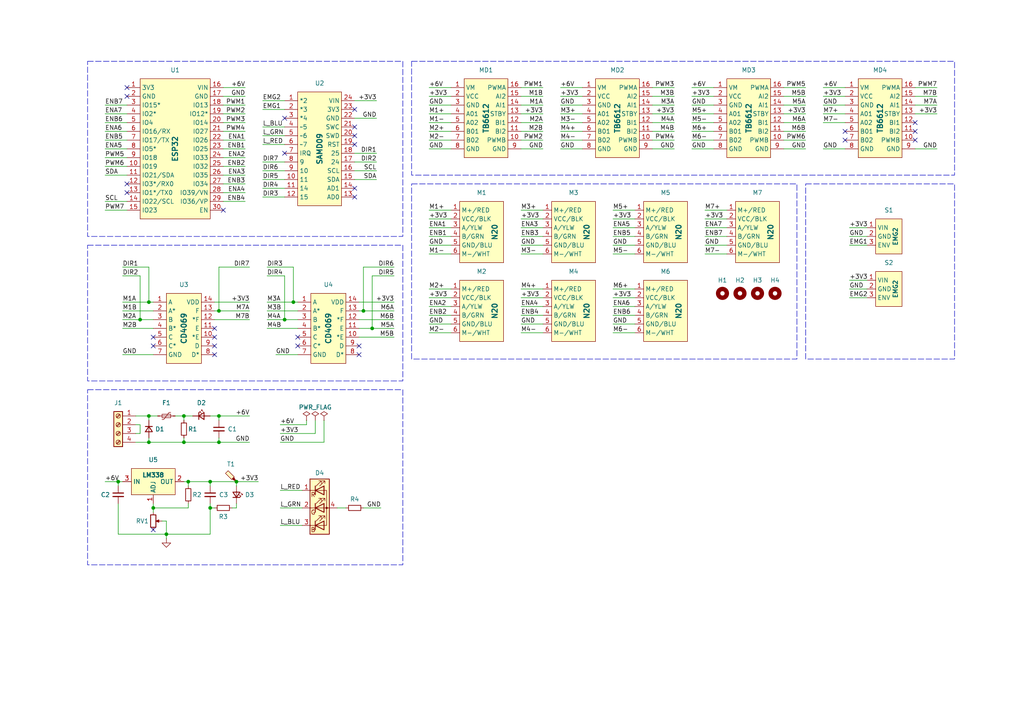
<source format=kicad_sch>
(kicad_sch (version 20231120) (generator "eeschema") (generator_version "8.0")
  (paper "A4")
  (title_block (title "Bionic Arm Controller") (date "2024-07-14") (rev "02") (company "SERB Internship, NIT Patna") (comment 1 "Created By Shrijal"))
  (lib_symbols
    (symbol "Connector:Screw_Terminal_01x04" (pin_names (offset 1.016) hide)
      (property "Reference" "J" (at 0 5.08 0))
      (property "Value" "Screw_Terminal_01x04" (at 0 -7.62 0))
      (symbol "Screw_Terminal_01x04_1_1"
        (rectangle (start -1.27 3.81) (end 1.27 -6.35) (stroke (width 0.254)) (fill (type background)))
        (circle (center 0 -5.08) (radius 0.635) (stroke (width 0.1524)))
        (circle (center 0 -2.54) (radius 0.635) (stroke (width 0.1524)))
        (polyline (pts (xy -0.5334 -4.7498) (xy 0.3302 -5.588)) (stroke (width 0.1524)))
        (polyline (pts (xy -0.5334 -2.2098) (xy 0.3302 -3.048)) (stroke (width 0.1524)))
        (polyline (pts (xy -0.5334 0.3302) (xy 0.3302 -0.508)) (stroke (width 0.1524)))
        (polyline (pts (xy -0.5334 2.8702) (xy 0.3302 2.032)) (stroke (width 0.1524)))
        (polyline (pts (xy -0.3556 -4.572) (xy 0.508 -5.4102)) (stroke (width 0.1524)))
        (polyline (pts (xy -0.3556 -2.032) (xy 0.508 -2.8702)) (stroke (width 0.1524)))
        (polyline (pts (xy -0.3556 0.508) (xy 0.508 -0.3302)) (stroke (width 0.1524)))
        (polyline (pts (xy -0.3556 3.048) (xy 0.508 2.2098)) (stroke (width 0.1524)))
        (circle (center 0 0) (radius 0.635) (stroke (width 0.1524)))
        (circle (center 0 2.54) (radius 0.635) (stroke (width 0.1524)))
        (pin passive line (at -5.08 2.54 0) (length 3.81) (name "Pin_1") (number "1"))
        (pin passive line (at -5.08 0 0) (length 3.81) (name "Pin_2") (number "2"))
        (pin passive line (at -5.08 -2.54 0) (length 3.81) (name "Pin_3") (number "3"))
        (pin passive line (at -5.08 -5.08 0) (length 3.81) (name "Pin_4") (number "4"))
      )
    )
    (symbol "Connector:TestPoint_Probe" (pin_numbers hide) (pin_names (offset 0.762) hide)
      (property "Reference" "TP" (at 1.651 5.842 0))
      (property "Value" "TestPoint_Probe" (at 1.651 4.064 0))
      (symbol "TestPoint_Probe_0_1"
        (polyline (pts (xy 1.27 0.762) (xy 0 0) (xy 0.762 1.27) (xy 1.27 0.762)) (fill (type outline)))
        (polyline (pts (xy 1.397 0.635) (xy 0.635 1.397) (xy 2.413 3.175) (xy 3.175 2.413) (xy 1.397 0.635)) (fill (type background)))
      )
      (symbol "TestPoint_Probe_1_1"
        (pin passive line (at 0 0 90) (length 0) (name "1") (number "1"))
      )
    )
    (symbol "Device:C_Small" (pin_numbers hide) (pin_names (offset 0.254) hide)
      (property "Reference" "C" (at 0.254 1.778 0))
      (property "Value" "C_Small" (at 0.254 -2.032 0))
      (symbol "C_Small_0_1"
        (polyline (pts (xy -1.524 -0.508) (xy 1.524 -0.508)) (stroke (width 0.3302)))
        (polyline (pts (xy -1.524 0.508) (xy 1.524 0.508)) (stroke (width 0.3048)))
      )
      (symbol "C_Small_1_1"
        (pin passive line (at 0 2.54 270) (length 2.032) (name "~") (number "1"))
        (pin passive line (at 0 -2.54 90) (length 2.032) (name "~") (number "2"))
      )
    )
    (symbol "Device:D_Small" (pin_numbers hide) (pin_names (offset 0.254) hide)
      (property "Reference" "D" (at -1.27 2.032 0))
      (property "Value" "D_Small" (at -3.81 -2.032 0))
      (symbol "D_Small_0_1"
        (polyline (pts (xy -0.762 -1.016) (xy -0.762 1.016)) (stroke (width 0.254)))
        (polyline (pts (xy -0.762 0) (xy 0.762 0)))
        (polyline (pts (xy 0.762 -1.016) (xy -0.762 0) (xy 0.762 1.016) (xy 0.762 -1.016)) (stroke (width 0.254)))
      )
      (symbol "D_Small_1_1"
        (pin passive line (at -2.54 0 0) (length 1.778) (name "K") (number "1"))
        (pin passive line (at 2.54 0 180) (length 1.778) (name "A") (number "2"))
      )
    )
    (symbol "Device:LED_RGBA" (pin_names (offset 0) hide)
      (property "Reference" "D" (at 0 9.398 0))
      (property "Value" "LED_RGBA" (at 0 -8.89 0))
      (symbol "LED_RGBA_0_0"
        (text "B" (at -1.905 -6.35 0) (effects (font (size 1.27 1.27))))
        (text "G" (at -1.905 -1.27 0) (effects (font (size 1.27 1.27))))
        (text "R" (at -1.905 3.81 0) (effects (font (size 1.27 1.27))))
      )
      (symbol "LED_RGBA_0_1"
        (polyline (pts (xy -1.27 -5.08) (xy -2.54 -5.08)))
        (polyline (pts (xy -1.27 -5.08) (xy 1.27 -5.08)))
        (polyline (pts (xy -1.27 -3.81) (xy -1.27 -6.35)) (stroke (width 0.254)))
        (polyline (pts (xy -1.27 0) (xy -2.54 0)))
        (polyline (pts (xy -1.27 1.27) (xy -1.27 -1.27)) (stroke (width 0.254)))
        (polyline (pts (xy -1.27 5.08) (xy -2.54 5.08)))
        (polyline (pts (xy -1.27 5.08) (xy 1.27 5.08)))
        (polyline (pts (xy -1.27 6.35) (xy -1.27 3.81)) (stroke (width 0.254)))
        (polyline (pts (xy 1.27 0) (xy -1.27 0)))
        (polyline (pts (xy 1.27 0) (xy 2.54 0)))
        (polyline (pts (xy -1.27 1.27) (xy -1.27 -1.27) (xy -1.27 -1.27)))
        (polyline (pts (xy -1.27 6.35) (xy -1.27 3.81) (xy -1.27 3.81)))
        (polyline (pts (xy 1.27 -5.08) (xy 2.032 -5.08) (xy 2.032 5.08) (xy 1.27 5.08)))
        (polyline (pts (xy 1.27 -3.81) (xy 1.27 -6.35) (xy -1.27 -5.08) (xy 1.27 -3.81)) (stroke (width 0.254)))
        (polyline (pts (xy 1.27 1.27) (xy 1.27 -1.27) (xy -1.27 0) (xy 1.27 1.27)) (stroke (width 0.254)))
        (polyline (pts (xy 1.27 6.35) (xy 1.27 3.81) (xy -1.27 5.08) (xy 1.27 6.35)) (stroke (width 0.254)))
        (polyline (pts (xy -1.016 -3.81) (xy 0.508 -2.286) (xy -0.254 -2.286) (xy 0.508 -2.286) (xy 0.508 -3.048)))
        (polyline (pts (xy -1.016 1.27) (xy 0.508 2.794) (xy -0.254 2.794) (xy 0.508 2.794) (xy 0.508 2.032)))
        (polyline (pts (xy -1.016 6.35) (xy 0.508 7.874) (xy -0.254 7.874) (xy 0.508 7.874) (xy 0.508 7.112)))
        (polyline (pts (xy 0 -3.81) (xy 1.524 -2.286) (xy 0.762 -2.286) (xy 1.524 -2.286) (xy 1.524 -3.048)))
        (polyline (pts (xy 0 1.27) (xy 1.524 2.794) (xy 0.762 2.794) (xy 1.524 2.794) (xy 1.524 2.032)))
        (polyline (pts (xy 0 6.35) (xy 1.524 7.874) (xy 0.762 7.874) (xy 1.524 7.874) (xy 1.524 7.112)))
        (rectangle (start 1.27 -1.27) (end 1.27 1.27))
        (rectangle (start 1.27 1.27) (end 1.27 1.27))
        (rectangle (start 1.27 3.81) (end 1.27 6.35))
        (rectangle (start 1.27 6.35) (end 1.27 6.35))
        (circle (center 2.032 0) (radius 0.254) (fill (type outline)))
        (rectangle (start 2.794 8.382) (end -2.794 -7.62) (stroke (width 0.254)) (fill (type background)))
      )
      (symbol "LED_RGBA_1_1"
        (pin passive line (at -5.08 5.08 0) (length 2.54) (name "RK") (number "1"))
        (pin passive line (at -5.08 0 0) (length 2.54) (name "GK") (number "2"))
        (pin passive line (at -5.08 -5.08 0) (length 2.54) (name "BK") (number "3"))
        (pin passive line (at 5.08 0 180) (length 2.54) (name "A") (number "4"))
      )
    )
    (symbol "Device:LED_Small" (pin_numbers hide) (pin_names (offset 0.254) hide)
      (property "Reference" "D" (at -1.27 3.175 0))
      (property "Value" "LED_Small" (at -4.445 -2.54 0))
      (symbol "LED_Small_0_1"
        (polyline (pts (xy -0.762 -1.016) (xy -0.762 1.016)) (stroke (width 0.254)))
        (polyline (pts (xy 1.016 0) (xy -0.762 0)))
        (polyline (pts (xy 0.762 -1.016) (xy -0.762 0) (xy 0.762 1.016) (xy 0.762 -1.016)) (stroke (width 0.254)))
        (polyline (pts (xy 0 0.762) (xy -0.508 1.27) (xy -0.254 1.27) (xy -0.508 1.27) (xy -0.508 1.016)))
        (polyline (pts (xy 0.508 1.27) (xy 0 1.778) (xy 0.254 1.778) (xy 0 1.778) (xy 0 1.524)))
      )
      (symbol "LED_Small_1_1"
        (pin passive line (at -2.54 0 0) (length 1.778) (name "K") (number "1"))
        (pin passive line (at 2.54 0 180) (length 1.778) (name "A") (number "2"))
      )
    )
    (symbol "Device:Polyfuse_Small" (pin_numbers hide) (pin_names (offset 0))
      (property "Reference" "F" (at -1.905 0 90))
      (property "Value" "Polyfuse_Small" (at 1.905 0 90))
      (symbol "Polyfuse_Small_0_1"
        (rectangle (start -0.508 1.27) (end 0.508 -1.27))
        (polyline (pts (xy 0 2.54) (xy 0 -2.54)))
        (polyline (pts (xy -1.016 1.27) (xy -1.016 0.762) (xy 1.016 -0.762) (xy 1.016 -1.27)))
      )
      (symbol "Polyfuse_Small_1_1"
        (pin passive line (at 0 2.54 270) (length 0.635) (name "~") (number "1"))
        (pin passive line (at 0 -2.54 90) (length 0.635) (name "~") (number "2"))
      )
    )
    (symbol "Device:R_Potentiometer_Small" (pin_numbers hide) (pin_names (offset 1.016) hide)
      (property "Reference" "RV" (at -4.445 0 90))
      (property "Value" "R_Potentiometer_Small" (at -2.54 0 90))
      (symbol "R_Potentiometer_Small_0_1"
        (polyline (pts (xy 0.889 0) (xy 0.635 0) (xy 1.651 0.381) (xy 1.651 -0.381) (xy 0.635 0) (xy 0.889 0)) (fill (type outline)))
        (rectangle (start 0.762 1.8034) (end -0.762 -1.8034) (stroke (width 0.254)))
      )
      (symbol "R_Potentiometer_Small_1_1"
        (pin passive line (at 0 2.54 270) (length 0.635) (name "1") (number "1"))
        (pin passive line (at 2.54 0 180) (length 0.9906) (name "2") (number "2"))
        (pin passive line (at 0 -2.54 90) (length 0.635) (name "3") (number "3"))
      )
    )
    (symbol "Device:R_Small" (pin_numbers hide) (pin_names (offset 0.254) hide)
      (property "Reference" "R" (at 0.762 0.508 0))
      (property "Value" "R_Small" (at 0.762 -1.016 0))
      (symbol "R_Small_0_1"
        (rectangle (start -0.762 1.778) (end 0.762 -1.778) (stroke (width 0.2032)))
      )
      (symbol "R_Small_1_1"
        (pin passive line (at 0 2.54 270) (length 0.762) (name "~") (number "1"))
        (pin passive line (at 0 -2.54 90) (length 0.762) (name "~") (number "2"))
      )
    )
    (symbol "Mechanical:MountingHole" (pin_names (offset 1.016)) (exclude_from_sim yes) (in_bom no)
      (property "Reference" "H" (at 0 5.08 0))
      (property "Value" "MountingHole" (at 0 3.175 0))
      (symbol "MountingHole_0_1"
        (circle (center 0 0) (radius 1.27) (stroke (width 1.27)))
      )
    )
    (symbol "bionic:CD4069"
      (property "Reference" "U" (at 0 12.7 0))
      (property "Value" "CD4069" (at 0 0 90))
      (symbol "CD4069_1_1"
        (rectangle (start -5.08 10.16) (end 5.08 -10.16) (fill (type background)))
        (pin input line (at -8.89 7.62 0) (length 3.81) (name "A") (number "1"))
        (pin output line (at 8.89 -2.54 180) (length 3.81) (name "*E") (number "10"))
        (pin input line (at 8.89 0 180) (length 3.81) (name "E") (number "11"))
        (pin output line (at 8.89 2.54 180) (length 3.81) (name "*F") (number "12"))
        (pin input line (at 8.89 5.08 180) (length 3.81) (name "F") (number "13"))
        (pin power_in line (at 8.89 7.62 180) (length 3.81) (name "VDD") (number "14"))
        (pin output line (at -8.89 5.08 0) (length 3.81) (name "A*") (number "2"))
        (pin input line (at -8.89 2.54 0) (length 3.81) (name "B") (number "3"))
        (pin output line (at -8.89 0 0) (length 3.81) (name "B*") (number "4"))
        (pin input line (at -8.89 -2.54 0) (length 3.81) (name "C") (number "5"))
        (pin output line (at -8.89 -5.08 0) (length 3.81) (name "C*") (number "6"))
        (pin power_in line (at -8.89 -7.62 0) (length 3.81) (name "GND") (number "7"))
        (pin output line (at 8.89 -7.62 180) (length 3.81) (name "D*") (number "8"))
        (pin input line (at 8.89 -5.08 180) (length 3.81) (name "D") (number "9"))
      )
    )
    (symbol "bionic:EMG2"
      (property "Reference" "S" (at 0 7.62 0))
      (property "Value" "EMG2" (at 1.905 0 90))
      (symbol "EMG2_0_0"
        (pin power_in line (at -6.35 2.54 0) (length 2.54) (name "VIN") (number "1"))
        (pin power_in line (at -6.35 0 0) (length 2.54) (name "GND") (number "2"))
        (pin output line (at -6.35 -2.54 0) (length 2.54) (name "ENV") (number "3"))
      )
      (symbol "EMG2_1_1"
        (rectangle (start -3.81 5.08) (end 3.81 -5.08) (fill (type background)))
      )
    )
    (symbol "bionic:ESP32"
      (property "Reference" "U" (at 12.7 48.26 0))
      (property "Value" "ESP32" (at 12.7 25.4 90))
      (symbol "ESP32_1_1"
        (rectangle (start 2.54 45.72) (end 22.86 5.08) (fill (type background)))
        (pin power_out line (at -1.27 43.18 0) (length 3.81) (name "3V3") (number "1"))
        (pin bidirectional line (at -1.27 20.32 0) (length 3.81) (name "IO19") (number "10"))
        (pin bidirectional line (at -1.27 17.78 0) (length 3.81) (name "IO21/SDA") (number "11"))
        (pin bidirectional line (at -1.27 15.24 0) (length 3.81) (name "IO3*/RX0") (number "12"))
        (pin bidirectional line (at -1.27 12.7 0) (length 3.81) (name "IO1*/TX0") (number "13"))
        (pin bidirectional line (at -1.27 10.16 0) (length 3.81) (name "IO22/SCL") (number "14"))
        (pin bidirectional line (at -1.27 7.62 0) (length 3.81) (name "IO23") (number "15"))
        (pin power_in line (at 26.67 43.18 180) (length 3.81) (name "VIN") (number "16"))
        (pin power_in line (at 26.67 40.64 180) (length 3.81) (name "GND") (number "17"))
        (pin bidirectional line (at 26.67 38.1 180) (length 3.81) (name "IO13") (number "18"))
        (pin bidirectional line (at 26.67 35.56 180) (length 3.81) (name "IO12*") (number "19"))
        (pin power_out line (at -1.27 40.64 0) (length 3.81) (name "GND") (number "2"))
        (pin bidirectional line (at 26.67 33.02 180) (length 3.81) (name "IO14") (number "20"))
        (pin bidirectional line (at 26.67 30.48 180) (length 3.81) (name "IO27") (number "21"))
        (pin bidirectional line (at 26.67 27.94 180) (length 3.81) (name "IO26") (number "22"))
        (pin bidirectional line (at 26.67 25.4 180) (length 3.81) (name "IO25") (number "23"))
        (pin bidirectional line (at 26.67 22.86 180) (length 3.81) (name "IO33") (number "24"))
        (pin bidirectional line (at 26.67 20.32 180) (length 3.81) (name "IO32") (number "25"))
        (pin input line (at 26.67 17.78 180) (length 3.81) (name "IO35") (number "26"))
        (pin input line (at 26.67 15.24 180) (length 3.81) (name "IO34") (number "27"))
        (pin input line (at 26.67 12.7 180) (length 3.81) (name "IO39/VN") (number "28"))
        (pin input line (at 26.67 10.16 180) (length 3.81) (name "IO36/VP") (number "29"))
        (pin bidirectional line (at -1.27 38.1 0) (length 3.81) (name "IO15*") (number "3"))
        (pin input line (at 26.67 7.62 180) (length 3.81) (name "EN") (number "30"))
        (pin bidirectional line (at -1.27 35.56 0) (length 3.81) (name "IO2*") (number "4"))
        (pin bidirectional line (at -1.27 33.02 0) (length 3.81) (name "IO4") (number "5"))
        (pin bidirectional line (at -1.27 30.48 0) (length 3.81) (name "IO16/RX") (number "6"))
        (pin bidirectional line (at -1.27 27.94 0) (length 3.81) (name "IO17/TX") (number "7"))
        (pin bidirectional line (at -1.27 25.4 0) (length 3.81) (name "IO5*") (number "8"))
        (pin bidirectional line (at -1.27 22.86 0) (length 3.81) (name "IO18") (number "9"))
      )
    )
    (symbol "bionic:LM338"
      (property "Reference" "U" (at 0 6.35 0))
      (property "Value" "LM338" (at 0 1.905 0))
      (symbol "LM338_0_0"
        (pin input line (at 0 -6.35 90) (length 2.54) (name "ADJ") (number "1"))
      )
      (symbol "LM338_1_0"
        (pin passive line (at 8.89 0 180) (length 2.54) (name "OUT") (number "2"))
        (pin power_in line (at -8.89 0 0) (length 2.54) (name "IN") (number "3"))
      )
      (symbol "LM338_1_1"
        (rectangle (start -6.35 3.81) (end 6.35 -3.81) (fill (type background)))
      )
    )
    (symbol "bionic:N20_EN"
      (property "Reference" "M" (at 0 11.43 0))
      (property "Value" "N20" (at 3.81 0 90))
      (symbol "N20_EN_0_0"
        (pin power_in line (at -8.89 3.81 0) (length 2.54) (name "VCC/BLK") (number "2"))
        (pin output line (at -8.89 1.27 0) (length 2.54) (name "A/YLW") (number "3"))
        (pin output line (at -8.89 -1.27 0) (length 2.54) (name "B/GRN") (number "4"))
        (pin power_in line (at -8.89 -3.81 0) (length 2.54) (name "GND/BLU") (number "5"))
      )
      (symbol "N20_EN_1_0"
        (pin input line (at -8.89 6.35 0) (length 2.54) (name "M+/RED") (number "1"))
        (pin input line (at -8.89 -6.35 0) (length 2.54) (name "M-/WHT") (number "6"))
      )
      (symbol "N20_EN_1_1"
        (rectangle (start -6.35 8.89) (end 6.35 -8.89) (fill (type background)))
      )
    )
    (symbol "bionic:SAMD09"
      (property "Reference" "U" (at 0 19.05 0))
      (property "Value" "SAMD09" (at 0 0 90))
      (symbol "SAMD09_1_1"
        (rectangle (start -6.35 16.51) (end 6.35 -16.51) (fill (type background)))
        (pin input line (at -10.16 13.97 0) (length 3.81) (name "*2") (number "1"))
        (pin bidirectional line (at -10.16 -8.89 0) (length 3.81) (name "11") (number "10"))
        (pin bidirectional line (at -10.16 -11.43 0) (length 3.81) (name "14") (number "11"))
        (pin bidirectional line (at -10.16 -13.97 0) (length 3.81) (name "15") (number "12"))
        (pin input line (at 10.16 -13.97 180) (length 3.81) (name "AD0") (number "13"))
        (pin input line (at 10.16 -11.43 180) (length 3.81) (name "AD1") (number "14"))
        (pin bidirectional line (at 10.16 -8.89 180) (length 3.81) (name "SDA") (number "15"))
        (pin bidirectional line (at 10.16 -6.35 180) (length 3.81) (name "SCL") (number "16"))
        (pin bidirectional line (at 10.16 -3.81 180) (length 3.81) (name "24") (number "17"))
        (pin bidirectional line (at 10.16 -1.27 180) (length 3.81) (name "25") (number "18"))
        (pin input line (at 10.16 1.27 180) (length 3.81) (name "RST") (number "19"))
        (pin input line (at -10.16 11.43 0) (length 3.81) (name "*3") (number "2"))
        (pin input line (at 10.16 3.81 180) (length 3.81) (name "SWD") (number "20"))
        (pin input line (at 10.16 6.35 180) (length 3.81) (name "SWC") (number "21"))
        (pin power_in line (at 10.16 8.89 180) (length 3.81) (name "GND") (number "22"))
        (pin power_out line (at 10.16 11.43 180) (length 3.81) (name "3V3") (number "23"))
        (pin power_in line (at 10.16 13.97 180) (length 3.81) (name "VIN") (number "24"))
        (pin input line (at -10.16 8.89 0) (length 3.81) (name "*4") (number "3"))
        (pin output line (at -10.16 6.35 0) (length 3.81) (name "~5") (number "4"))
        (pin output line (at -10.16 3.81 0) (length 3.81) (name "~6") (number "5"))
        (pin output line (at -10.16 1.27 0) (length 3.81) (name "~7") (number "6"))
        (pin output line (at -10.16 -1.27 0) (length 3.81) (name "IRQ") (number "7"))
        (pin bidirectional line (at -10.16 -3.81 0) (length 3.81) (name "9") (number "8"))
        (pin bidirectional line (at -10.16 -6.35 0) (length 3.81) (name "10") (number "9"))
      )
    )
    (symbol "bionic:TB6612"
      (property "Reference" "D" (at 0 13.97 0))
      (property "Value" "TB6612" (at 0 0 90))
      (symbol "TB6612_1_1"
        (rectangle (start -6.35 11.43) (end 6.35 -11.43) (fill (type background)))
        (pin power_in line (at -10.16 8.89 0) (length 3.81) (name "VM") (number "1"))
        (pin input line (at 10.16 -6.35 180) (length 3.81) (name "PWMB") (number "10"))
        (pin input line (at 10.16 -3.81 180) (length 3.81) (name "BI2") (number "11"))
        (pin input line (at 10.16 -1.27 180) (length 3.81) (name "BI1") (number "12"))
        (pin input line (at 10.16 1.27 180) (length 3.81) (name "STBY") (number "13"))
        (pin input line (at 10.16 3.81 180) (length 3.81) (name "AI1") (number "14"))
        (pin input line (at 10.16 6.35 180) (length 3.81) (name "AI2") (number "15"))
        (pin input line (at 10.16 8.89 180) (length 3.81) (name "PWMA") (number "16"))
        (pin power_in line (at -10.16 6.35 0) (length 3.81) (name "VCC") (number "2"))
        (pin power_in line (at -10.16 3.81 0) (length 3.81) (name "GND") (number "3"))
        (pin output line (at -10.16 1.27 0) (length 3.81) (name "A01") (number "4"))
        (pin output line (at -10.16 -1.27 0) (length 3.81) (name "A02") (number "5"))
        (pin output line (at -10.16 -3.81 0) (length 3.81) (name "B01") (number "6"))
        (pin output line (at -10.16 -6.35 0) (length 3.81) (name "B02") (number "7"))
        (pin power_in line (at -10.16 -8.89 0) (length 3.81) (name "GND") (number "8"))
        (pin power_in line (at 10.16 -8.89 180) (length 3.81) (name "GND") (number "9"))
      )
    )
    (symbol "power:GND" (power) (pin_numbers hide) (pin_names (offset 0) hide)
      (property "Value" "GND" (at 0 -3.81 0))
      (symbol "GND_0_1"
        (polyline (pts (xy 0 0) (xy 0 -1.27) (xy 1.27 -1.27) (xy 0 -2.54) (xy -1.27 -1.27) (xy 0 -1.27)))
      )
      (symbol "GND_1_1"
        (pin power_in line (at 0 0 270) (length 0) (name "~") (number "1"))
      )
    )
    (symbol "power:PWR_FLAG" (power) (pin_numbers hide) (pin_names (offset 0) hide)
      (property "Value" "PWR_FLAG" (at 0 3.81 0))
      (symbol "PWR_FLAG_0_0"
        (pin power_out line (at 0 0 90) (length 0) (name "~") (number "1"))
      )
      (symbol "PWR_FLAG_0_1"
        (polyline (pts (xy 0 0) (xy 0 1.27) (xy -1.016 1.905) (xy 0 2.54) (xy 1.016 1.905) (xy 0 1.27)))
      )
    )
  )
  (junction (at 63.5 128.27))
  (junction (at 68.58 139.7))
  (junction (at 60.96 139.7))
  (junction (at 53.34 120.65))
  (junction (at 82.55 92.71))
  (junction (at 48.26 154.94))
  (junction (at 43.18 87.63))
  (junction (at 85.09 87.63))
  (junction (at 40.64 92.71))
  (junction (at 54.61 139.7))
  (junction (at 63.5 90.17))
  (junction (at 105.41 90.17))
  (junction (at 63.5 120.65))
  (junction (at 34.29 139.7))
  (junction (at 60.96 147.32))
  (junction (at 43.18 128.27))
  (junction (at 107.95 95.25))
  (junction (at 43.18 120.65))
  (junction (at 53.34 128.27))
  (junction (at 44.45 147.32))
  (no_connect (at 104.14 100.33))
  (no_connect (at 36.83 27.94))
  (no_connect (at 44.45 100.33))
  (no_connect (at 245.11 38.1))
  (no_connect (at 102.87 57.15))
  (no_connect (at 102.87 39.37))
  (no_connect (at 102.87 31.75))
  (no_connect (at 62.23 95.25))
  (no_connect (at 86.36 97.79))
  (no_connect (at 102.87 36.83))
  (no_connect (at 102.87 41.91))
  (no_connect (at 36.83 55.88))
  (no_connect (at 102.87 54.61))
  (no_connect (at 82.55 44.45))
  (no_connect (at 82.55 34.29))
  (no_connect (at 36.83 53.34))
  (no_connect (at 64.77 60.96))
  (no_connect (at 265.43 35.56))
  (no_connect (at 62.23 102.87))
  (no_connect (at 36.83 25.4))
  (no_connect (at 62.23 97.79))
  (no_connect (at 62.23 100.33))
  (no_connect (at 44.45 153.67))
  (no_connect (at 245.11 40.64))
  (no_connect (at 104.14 102.87))
  (no_connect (at 44.45 97.79))
  (no_connect (at 86.36 100.33))
  (no_connect (at 265.43 40.64))
  (no_connect (at 265.43 38.1))
  (wire (pts (xy 34.29 154.94) (xy 48.26 154.94)))
  (wire (pts (xy 177.8 60.96) (xy 184.15 60.96)))
  (wire (pts (xy 63.5 120.65) (xy 72.39 120.65)))
  (wire (pts (xy 104.14 97.79) (xy 114.3 97.79)))
  (wire (pts (xy 238.76 43.18) (xy 245.11 43.18)))
  (wire (pts (xy 151.13 68.58) (xy 157.48 68.58)))
  (wire (pts (xy 204.47 73.66) (xy 210.82 73.66)))
  (wire (pts (xy 204.47 68.58) (xy 210.82 68.58)))
  (wire (pts (xy 157.48 30.48) (xy 151.13 30.48)))
  (wire (pts (xy 81.28 142.24) (xy 87.63 142.24)))
  (wire (pts (xy 48.26 151.13) (xy 48.26 154.94)))
  (wire (pts (xy 204.47 71.12) (xy 210.82 71.12)))
  (wire (pts (xy 107.95 80.01) (xy 107.95 95.25)))
  (wire (pts (xy 151.13 83.82) (xy 157.48 83.82)))
  (wire (pts (xy 68.58 147.32) (xy 68.58 146.05)))
  (wire (pts (xy 109.22 46.99) (xy 102.87 46.99)))
  (wire (pts (xy 71.12 35.56) (xy 64.77 35.56)))
  (wire (pts (xy 104.14 95.25) (xy 107.95 95.25)))
  (wire (pts (xy 195.58 25.4) (xy 189.23 25.4)))
  (wire (pts (xy 53.34 121.92) (xy 53.34 120.65)))
  (wire (pts (xy 71.12 33.02) (xy 64.77 33.02)))
  (wire (pts (xy 93.98 128.27) (xy 81.28 128.27)))
  (wire (pts (xy 200.66 25.4) (xy 207.01 25.4)))
  (wire (pts (xy 238.76 30.48) (xy 245.11 30.48)))
  (wire (pts (xy 40.64 92.71) (xy 44.45 92.71)))
  (wire (pts (xy 53.34 128.27) (xy 53.34 127)))
  (wire (pts (xy 40.64 80.01) (xy 40.64 92.71)))
  (wire (pts (xy 195.58 27.94) (xy 189.23 27.94)))
  (wire (pts (xy 200.66 40.64) (xy 207.01 40.64)))
  (wire (pts (xy 43.18 120.65) (xy 45.72 120.65)))
  (wire (pts (xy 105.41 90.17) (xy 114.3 90.17)))
  (wire (pts (xy 195.58 33.02) (xy 189.23 33.02)))
  (wire (pts (xy 72.39 77.47) (xy 63.5 77.47)))
  (wire (pts (xy 157.48 33.02) (xy 151.13 33.02)))
  (wire (pts (xy 151.13 88.9) (xy 157.48 88.9)))
  (wire (pts (xy 246.38 81.28) (xy 251.46 81.28)))
  (wire (pts (xy 195.58 35.56) (xy 189.23 35.56)))
  (wire (pts (xy 54.61 146.05) (xy 54.61 147.32)))
  (wire (pts (xy 104.14 87.63) (xy 114.3 87.63)))
  (wire (pts (xy 124.46 96.52) (xy 130.81 96.52)))
  (wire (pts (xy 77.47 90.17) (xy 86.36 90.17)))
  (wire (pts (xy 204.47 60.96) (xy 210.82 60.96)))
  (wire (pts (xy 91.44 121.92) (xy 91.44 125.73)))
  (wire (pts (xy 200.66 33.02) (xy 207.01 33.02)))
  (wire (pts (xy 34.29 139.7) (xy 35.56 139.7)))
  (wire (pts (xy 76.2 31.75) (xy 82.55 31.75)))
  (wire (pts (xy 62.23 92.71) (xy 72.39 92.71)))
  (wire (pts (xy 36.83 35.56) (xy 30.48 35.56)))
  (wire (pts (xy 105.41 77.47) (xy 105.41 90.17)))
  (wire (pts (xy 104.14 92.71) (xy 114.3 92.71)))
  (wire (pts (xy 151.13 71.12) (xy 157.48 71.12)))
  (wire (pts (xy 124.46 91.44) (xy 130.81 91.44)))
  (wire (pts (xy 110.49 147.32) (xy 105.41 147.32)))
  (wire (pts (xy 157.48 35.56) (xy 151.13 35.56)))
  (wire (pts (xy 68.58 139.7) (xy 74.93 139.7)))
  (wire (pts (xy 68.58 139.7) (xy 68.58 140.97)))
  (wire (pts (xy 76.2 29.21) (xy 82.55 29.21)))
  (wire (pts (xy 238.76 27.94) (xy 245.11 27.94)))
  (wire (pts (xy 53.34 120.65) (xy 55.88 120.65)))
  (wire (pts (xy 102.87 29.21) (xy 109.22 29.21)))
  (wire (pts (xy 64.77 25.4) (xy 71.12 25.4)))
  (wire (pts (xy 114.3 80.01) (xy 107.95 80.01)))
  (wire (pts (xy 195.58 40.64) (xy 189.23 40.64)))
  (wire (pts (xy 177.8 96.52) (xy 184.15 96.52)))
  (wire (pts (xy 30.48 45.72) (xy 36.83 45.72)))
  (wire (pts (xy 72.39 128.27) (xy 63.5 128.27)))
  (wire (pts (xy 76.2 39.37) (xy 82.55 39.37)))
  (wire (pts (xy 124.46 83.82) (xy 130.81 83.82)))
  (wire (pts (xy 91.44 125.73) (xy 81.28 125.73)))
  (wire (pts (xy 200.66 35.56) (xy 207.01 35.56)))
  (wire (pts (xy 195.58 38.1) (xy 189.23 38.1)))
  (wire (pts (xy 109.22 44.45) (xy 102.87 44.45)))
  (wire (pts (xy 76.2 52.07) (xy 82.55 52.07)))
  (wire (pts (xy 76.2 54.61) (xy 82.55 54.61)))
  (wire (pts (xy 151.13 63.5) (xy 157.48 63.5)))
  (wire (pts (xy 76.2 46.99) (xy 82.55 46.99)))
  (wire (pts (xy 71.12 43.18) (xy 64.77 43.18)))
  (wire (pts (xy 177.8 93.98) (xy 184.15 93.98)))
  (wire (pts (xy 35.56 92.71) (xy 40.64 92.71)))
  (wire (pts (xy 177.8 71.12) (xy 184.15 71.12)))
  (wire (pts (xy 238.76 33.02) (xy 245.11 33.02)))
  (wire (pts (xy 271.78 43.18) (xy 265.43 43.18)))
  (wire (pts (xy 77.47 80.01) (xy 82.55 80.01)))
  (wire (pts (xy 71.12 40.64) (xy 64.77 40.64)))
  (wire (pts (xy 246.38 68.58) (xy 251.46 68.58)))
  (wire (pts (xy 162.56 30.48) (xy 168.91 30.48)))
  (wire (pts (xy 77.47 77.47) (xy 85.09 77.47)))
  (wire (pts (xy 71.12 38.1) (xy 64.77 38.1)))
  (wire (pts (xy 46.99 151.13) (xy 48.26 151.13)))
  (wire (pts (xy 104.14 90.17) (xy 105.41 90.17)))
  (wire (pts (xy 177.8 86.36) (xy 184.15 86.36)))
  (wire (pts (xy 85.09 77.47) (xy 85.09 87.63)))
  (wire (pts (xy 39.37 120.65) (xy 43.18 120.65)))
  (wire (pts (xy 246.38 86.36) (xy 251.46 86.36)))
  (wire (pts (xy 34.29 139.7) (xy 34.29 140.97)))
  (wire (pts (xy 35.56 77.47) (xy 43.18 77.47)))
  (wire (pts (xy 64.77 55.88) (xy 71.12 55.88)))
  (wire (pts (xy 195.58 43.18) (xy 189.23 43.18)))
  (wire (pts (xy 177.8 66.04) (xy 184.15 66.04)))
  (wire (pts (xy 233.68 43.18) (xy 227.33 43.18)))
  (wire (pts (xy 177.8 83.82) (xy 184.15 83.82)))
  (wire (pts (xy 63.5 128.27) (xy 63.5 127)))
  (wire (pts (xy 54.61 139.7) (xy 54.61 140.97)))
  (wire (pts (xy 81.28 152.4) (xy 87.63 152.4)))
  (wire (pts (xy 43.18 87.63) (xy 44.45 87.63)))
  (wire (pts (xy 64.77 58.42) (xy 71.12 58.42)))
  (wire (pts (xy 124.46 66.04) (xy 130.81 66.04)))
  (wire (pts (xy 233.68 27.94) (xy 227.33 27.94)))
  (wire (pts (xy 151.13 73.66) (xy 157.48 73.66)))
  (wire (pts (xy 157.48 43.18) (xy 151.13 43.18)))
  (wire (pts (xy 43.18 128.27) (xy 53.34 128.27)))
  (wire (pts (xy 63.5 121.92) (xy 63.5 120.65)))
  (wire (pts (xy 265.43 25.4) (xy 271.78 25.4)))
  (wire (pts (xy 200.66 27.94) (xy 207.01 27.94)))
  (wire (pts (xy 35.56 102.87) (xy 44.45 102.87)))
  (wire (pts (xy 151.13 60.96) (xy 157.48 60.96)))
  (wire (pts (xy 157.48 38.1) (xy 151.13 38.1)))
  (wire (pts (xy 157.48 25.4) (xy 151.13 25.4)))
  (wire (pts (xy 50.8 120.65) (xy 53.34 120.65)))
  (wire (pts (xy 233.68 30.48) (xy 227.33 30.48)))
  (wire (pts (xy 177.8 88.9) (xy 184.15 88.9)))
  (wire (pts (xy 271.78 30.48) (xy 265.43 30.48)))
  (wire (pts (xy 39.37 125.73) (xy 40.64 125.73)))
  (wire (pts (xy 195.58 30.48) (xy 189.23 30.48)))
  (wire (pts (xy 162.56 25.4) (xy 168.91 25.4)))
  (wire (pts (xy 124.46 63.5) (xy 130.81 63.5)))
  (wire (pts (xy 124.46 30.48) (xy 130.81 30.48)))
  (wire (pts (xy 36.83 43.18) (xy 30.48 43.18)))
  (wire (pts (xy 124.46 73.66) (xy 130.81 73.66)))
  (wire (pts (xy 162.56 35.56) (xy 168.91 35.56)))
  (wire (pts (xy 233.68 25.4) (xy 227.33 25.4)))
  (wire (pts (xy 233.68 40.64) (xy 227.33 40.64)))
  (wire (pts (xy 43.18 121.92) (xy 43.18 120.65)))
  (wire (pts (xy 233.68 33.02) (xy 227.33 33.02)))
  (wire (pts (xy 233.68 38.1) (xy 227.33 38.1)))
  (wire (pts (xy 157.48 40.64) (xy 151.13 40.64)))
  (wire (pts (xy 71.12 30.48) (xy 64.77 30.48)))
  (wire (pts (xy 40.64 123.19) (xy 39.37 123.19)))
  (wire (pts (xy 246.38 71.12) (xy 251.46 71.12)))
  (wire (pts (xy 204.47 63.5) (xy 210.82 63.5)))
  (wire (pts (xy 246.38 66.04) (xy 251.46 66.04)))
  (wire (pts (xy 53.34 128.27) (xy 63.5 128.27)))
  (wire (pts (xy 151.13 96.52) (xy 157.48 96.52)))
  (wire (pts (xy 81.28 147.32) (xy 87.63 147.32)))
  (wire (pts (xy 76.2 41.91) (xy 82.55 41.91)))
  (wire (pts (xy 54.61 139.7) (xy 60.96 139.7)))
  (wire (pts (xy 162.56 40.64) (xy 168.91 40.64)))
  (wire (pts (xy 204.47 66.04) (xy 210.82 66.04)))
  (wire (pts (xy 246.38 83.82) (xy 251.46 83.82)))
  (wire (pts (xy 62.23 90.17) (xy 63.5 90.17)))
  (wire (pts (xy 36.83 40.64) (xy 30.48 40.64)))
  (wire (pts (xy 124.46 27.94) (xy 130.81 27.94)))
  (wire (pts (xy 60.96 154.94) (xy 48.26 154.94)))
  (wire (pts (xy 177.8 68.58) (xy 184.15 68.58)))
  (wire (pts (xy 124.46 68.58) (xy 130.81 68.58)))
  (wire (pts (xy 82.55 92.71) (xy 86.36 92.71)))
  (wire (pts (xy 177.8 91.44) (xy 184.15 91.44)))
  (wire (pts (xy 30.48 33.02) (xy 36.83 33.02)))
  (wire (pts (xy 30.48 58.42) (xy 36.83 58.42)))
  (wire (pts (xy 43.18 77.47) (xy 43.18 87.63)))
  (wire (pts (xy 85.09 87.63) (xy 86.36 87.63)))
  (wire (pts (xy 238.76 35.56) (xy 245.11 35.56)))
  (wire (pts (xy 82.55 80.01) (xy 82.55 92.71)))
  (wire (pts (xy 76.2 57.15) (xy 82.55 57.15)))
  (wire (pts (xy 162.56 33.02) (xy 168.91 33.02)))
  (wire (pts (xy 64.77 48.26) (xy 71.12 48.26)))
  (wire (pts (xy 35.56 95.25) (xy 44.45 95.25)))
  (wire (pts (xy 76.2 49.53) (xy 82.55 49.53)))
  (wire (pts (xy 124.46 86.36) (xy 130.81 86.36)))
  (wire (pts (xy 102.87 52.07) (xy 109.22 52.07)))
  (wire (pts (xy 162.56 43.18) (xy 168.91 43.18)))
  (wire (pts (xy 88.9 121.92) (xy 88.9 123.19)))
  (wire (pts (xy 60.96 139.7) (xy 68.58 139.7)))
  (wire (pts (xy 77.47 87.63) (xy 85.09 87.63)))
  (wire (pts (xy 107.95 95.25) (xy 114.3 95.25)))
  (wire (pts (xy 93.98 128.27) (xy 93.98 121.92)))
  (wire (pts (xy 124.46 60.96) (xy 130.81 60.96)))
  (wire (pts (xy 151.13 93.98) (xy 157.48 93.98)))
  (wire (pts (xy 64.77 53.34) (xy 71.12 53.34)))
  (wire (pts (xy 60.96 146.05) (xy 60.96 147.32)))
  (wire (pts (xy 48.26 154.94) (xy 48.26 156.21)))
  (wire (pts (xy 151.13 86.36) (xy 157.48 86.36)))
  (wire (pts (xy 77.47 95.25) (xy 86.36 95.25)))
  (wire (pts (xy 35.56 80.01) (xy 40.64 80.01)))
  (wire (pts (xy 60.96 147.32) (xy 60.96 154.94)))
  (wire (pts (xy 177.8 73.66) (xy 184.15 73.66)))
  (wire (pts (xy 35.56 87.63) (xy 43.18 87.63)))
  (wire (pts (xy 124.46 33.02) (xy 130.81 33.02)))
  (wire (pts (xy 124.46 38.1) (xy 130.81 38.1)))
  (wire (pts (xy 43.18 127) (xy 43.18 128.27)))
  (wire (pts (xy 44.45 146.05) (xy 44.45 147.32)))
  (wire (pts (xy 68.58 147.32) (xy 67.31 147.32)))
  (wire (pts (xy 30.48 60.96) (xy 36.83 60.96)))
  (wire (pts (xy 200.66 30.48) (xy 207.01 30.48)))
  (wire (pts (xy 40.64 125.73) (xy 40.64 123.19)))
  (wire (pts (xy 162.56 38.1) (xy 168.91 38.1)))
  (wire (pts (xy 39.37 128.27) (xy 43.18 128.27)))
  (wire (pts (xy 63.5 90.17) (xy 72.39 90.17)))
  (wire (pts (xy 124.46 88.9) (xy 130.81 88.9)))
  (wire (pts (xy 271.78 33.02) (xy 265.43 33.02)))
  (wire (pts (xy 30.48 48.26) (xy 36.83 48.26)))
  (wire (pts (xy 62.23 87.63) (xy 72.39 87.63)))
  (wire (pts (xy 36.83 38.1) (xy 30.48 38.1)))
  (wire (pts (xy 63.5 77.47) (xy 63.5 90.17)))
  (wire (pts (xy 60.96 147.32) (xy 62.23 147.32)))
  (wire (pts (xy 124.46 40.64) (xy 130.81 40.64)))
  (wire (pts (xy 177.8 63.5) (xy 184.15 63.5)))
  (wire (pts (xy 54.61 147.32) (xy 44.45 147.32)))
  (wire (pts (xy 124.46 93.98) (xy 130.81 93.98)))
  (wire (pts (xy 53.34 139.7) (xy 54.61 139.7)))
  (wire (pts (xy 30.48 139.7) (xy 34.29 139.7)))
  (wire (pts (xy 64.77 27.94) (xy 71.12 27.94)))
  (wire (pts (xy 124.46 35.56) (xy 130.81 35.56)))
  (wire (pts (xy 157.48 27.94) (xy 151.13 27.94)))
  (wire (pts (xy 102.87 49.53) (xy 109.22 49.53)))
  (wire (pts (xy 64.77 50.8) (xy 71.12 50.8)))
  (wire (pts (xy 76.2 36.83) (xy 82.55 36.83)))
  (wire (pts (xy 60.96 140.97) (xy 60.96 139.7)))
  (wire (pts (xy 64.77 45.72) (xy 71.12 45.72)))
  (wire (pts (xy 151.13 91.44) (xy 157.48 91.44)))
  (wire (pts (xy 30.48 50.8) (xy 36.83 50.8)))
  (wire (pts (xy 60.96 120.65) (xy 63.5 120.65)))
  (wire (pts (xy 30.48 30.48) (xy 36.83 30.48)))
  (wire (pts (xy 200.66 38.1) (xy 207.01 38.1)))
  (wire (pts (xy 233.68 35.56) (xy 227.33 35.56)))
  (wire (pts (xy 35.56 90.17) (xy 44.45 90.17)))
  (wire (pts (xy 80.01 102.87) (xy 86.36 102.87)))
  (wire (pts (xy 77.47 92.71) (xy 82.55 92.71)))
  (wire (pts (xy 124.46 71.12) (xy 130.81 71.12)))
  (wire (pts (xy 200.66 43.18) (xy 207.01 43.18)))
  (wire (pts (xy 162.56 27.94) (xy 168.91 27.94)))
  (wire (pts (xy 102.87 34.29) (xy 109.22 34.29)))
  (wire (pts (xy 114.3 77.47) (xy 105.41 77.47)))
  (wire (pts (xy 34.29 146.05) (xy 34.29 154.94)))
  (wire (pts (xy 44.45 147.32) (xy 44.45 148.59)))
  (wire (pts (xy 151.13 66.04) (xy 157.48 66.04)))
  (wire (pts (xy 88.9 123.19) (xy 81.28 123.19)))
  (wire (pts (xy 238.76 25.4) (xy 245.11 25.4)))
  (wire (pts (xy 124.46 25.4) (xy 130.81 25.4)))
  (wire (pts (xy 124.46 43.18) (xy 130.81 43.18)))
  (wire (pts (xy 271.78 27.94) (xy 265.43 27.94)))
  (wire (pts (xy 97.79 147.32) (xy 100.33 147.32)))
  (rectangle (start 25.4 17.78) (end 116.84 68.58) (stroke (width 0) (type dash)))
  (rectangle (start 119.38 53.34) (end 231.14 104.14) (stroke (width 0) (type dash)))
  (rectangle (start 233.68 53.34) (end 276.86 104.14) (stroke (width 0) (type dash)))
  (rectangle (start 25.4 71.12) (end 116.84 110.49) (stroke (width 0) (type dash)))
  (rectangle (start 119.38 17.78) (end 276.86 50.8) (stroke (width 0) (type dash)))
  (rectangle (start 25.4 113.03) (end 116.84 163.83) (stroke (width 0) (type dash)))
  (label "ENB1" (at 124.46 68.58 0))
  (label "PWM1" (at 157.48 25.4 180))
  (label "PWM3" (at 71.12 35.56 180))
  (label "M6B" (at 114.3 92.71 180))
  (label "+3V3" (at 177.8 63.5 0))
  (label "+3V3" (at 195.58 33.02 180))
  (label "GND" (at 271.78 43.18 180))
  (label "M7A" (at 72.39 90.17 180))
  (label "PWM5" (at 233.68 25.4 180))
  (label "ENB7" (at 30.48 30.48 0))
  (label "PWM4" (at 195.58 40.64 180))
  (label "DIR2" (at 109.22 46.99 180))
  (label "GND" (at 157.48 43.18 180))
  (label "M3A" (at 195.58 30.48 180))
  (label "M4B" (at 77.47 95.25 0))
  (label "DIR6" (at 76.2 49.53 0))
  (label "PWM4" (at 71.12 38.1 180))
  (label "M3B" (at 195.58 27.94 180))
  (label "M7+" (at 238.76 33.02 0))
  (label "ENA1" (at 124.46 66.04 0))
  (label "+3V3" (at 233.68 33.02 180))
  (label "+3V3" (at 109.22 29.21 180))
  (label "GND" (at 246.38 68.58 0))
  (label "M6A" (at 114.3 90.17 180))
  (label "GND" (at 162.56 30.48 0))
  (label "M6B" (at 233.68 38.1 180))
  (label "GND" (at 238.76 30.48 0))
  (label "GND" (at 177.8 71.12 0))
  (label "+3V3" (at 114.3 87.63 180))
  (label "SCL" (at 30.48 58.42 0))
  (label "L_BLU" (at 81.28 152.4 0))
  (label "EMG1" (at 246.38 71.12 0))
  (label "ENB1" (at 71.12 43.18 180))
  (label "GND" (at 200.66 43.18 0))
  (label "+6V" (at 200.66 25.4 0))
  (label "GND" (at 110.49 147.32 180))
  (label "M4-" (at 162.56 40.64 0))
  (label "GND" (at 238.76 43.18 0))
  (label "GND" (at 233.68 43.18 180))
  (label "ENB3" (at 71.12 53.34 180))
  (label "M2B" (at 157.48 38.1 180))
  (label "M4B" (at 195.58 38.1 180))
  (label "ENA3" (at 71.12 50.8 180))
  (label "DIR4" (at 77.47 80.01 0))
  (label "+6V" (at 71.12 25.4 180))
  (label "EMG1" (at 76.2 31.75 0))
  (label "M6+" (at 177.8 83.82 0))
  (label "M3-" (at 151.13 73.66 0))
  (label "M1A" (at 35.56 87.63 0))
  (label "DIR6" (at 114.3 77.47 180))
  (label "PWM5" (at 30.48 45.72 0))
  (label "M7B" (at 271.78 27.94 180))
  (label "GND" (at 204.47 71.12 0))
  (label "GND" (at 151.13 93.98 0))
  (label "ENB6" (at 177.8 91.44 0))
  (label "L_GRN" (at 81.28 147.32 0))
  (label "M1B" (at 35.56 90.17 0))
  (label "+3V3" (at 81.28 125.73 0))
  (label "+3V3" (at 246.38 81.28 0))
  (label "ENB7" (at 204.47 68.58 0))
  (label "PWM1" (at 71.12 30.48 180))
  (label "M4-" (at 151.13 96.52 0))
  (label "ENA3" (at 151.13 66.04 0))
  (label "GND" (at 71.12 27.94 180))
  (label "+3V3" (at 151.13 86.36 0))
  (label "GND" (at 246.38 83.82 0))
  (label "EMG2" (at 76.2 29.21 0))
  (label "DIR4" (at 76.2 54.61 0))
  (label "ENA4" (at 71.12 55.88 180))
  (label "PWM6" (at 233.68 40.64 180))
  (label "+3V3" (at 124.46 27.94 0))
  (label "PWM6" (at 30.48 48.26 0))
  (label "GND" (at 124.46 30.48 0))
  (label "GND" (at 195.58 43.18 180))
  (label "PWM7" (at 30.48 60.96 0))
  (label "L_GRN" (at 76.2 39.37 0))
  (label "M2B" (at 35.56 95.25 0))
  (label "M7-" (at 204.47 73.66 0))
  (label "ENB5" (at 177.8 68.58 0))
  (label "M1+" (at 124.46 60.96 0))
  (label "M6A" (at 233.68 35.56 180))
  (label "EMG2" (at 246.38 86.36 0))
  (label "L_RED" (at 76.2 41.91 0))
  (label "+3V3" (at 124.46 86.36 0))
  (label "GND" (at 80.01 102.87 0))
  (label "+3V3" (at 246.38 66.04 0))
  (label "ENA4" (at 151.13 88.9 0))
  (label "+6V" (at 81.28 123.19 0))
  (label "ENA2" (at 71.12 45.72 180))
  (label "M5-" (at 200.66 35.56 0))
  (label "PWM3" (at 195.58 25.4 180))
  (label "ENB6" (at 30.48 35.56 0))
  (label "M5A" (at 233.68 30.48 180))
  (label "M4A" (at 195.58 35.56 180))
  (label "M1A" (at 157.48 30.48 180))
  (label "M3+" (at 162.56 33.02 0))
  (label "L_RED" (at 81.28 142.24 0))
  (label "M1-" (at 124.46 35.56 0))
  (label "PWM2" (at 71.12 33.02 180))
  (label "GND" (at 35.56 102.87 0))
  (label "L_BLU" (at 76.2 36.83 0))
  (label "M3A" (at 77.47 87.63 0))
  (label "+6V" (at 30.48 139.7 0))
  (label "ENA6" (at 177.8 88.9 0))
  (label "PWM2" (at 157.48 40.64 180))
  (label "+3V3" (at 151.13 63.5 0))
  (label "+3V3" (at 204.47 63.5 0))
  (label "GND" (at 81.28 128.27 0))
  (label "M4+" (at 151.13 83.82 0))
  (label "M2+" (at 124.46 38.1 0))
  (label "DIR5" (at 76.2 52.07 0))
  (label "M2A" (at 157.48 35.56 180))
  (label "GND" (at 162.56 43.18 0))
  (label "M1-" (at 124.46 73.66 0))
  (label "+3V3" (at 200.66 27.94 0))
  (label "M1+" (at 124.46 33.02 0))
  (label "M6-" (at 200.66 40.64 0))
  (label "M5-" (at 177.8 73.66 0))
  (label "ENA6" (at 30.48 38.1 0))
  (label "M2+" (at 124.46 83.82 0))
  (label "GND" (at 124.46 93.98 0))
  (label "DIR7" (at 72.39 77.47 180))
  (label "ENA5" (at 177.8 66.04 0))
  (label "M2-" (at 124.46 40.64 0))
  (label "+3V3" (at 124.46 63.5 0))
  (label "+6V" (at 72.39 120.65 180))
  (label "ENA5" (at 30.48 43.18 0))
  (label "PWM7" (at 271.78 25.4 180))
  (label "GND" (at 124.46 43.18 0))
  (label "M4A" (at 77.47 92.71 0))
  (label "ENB4" (at 71.12 58.42 180))
  (label "ENB2" (at 71.12 48.26 180))
  (label "+3V3" (at 162.56 27.94 0))
  (label "M7A" (at 271.78 30.48 180))
  (label "M3-" (at 162.56 35.56 0))
  (label "SCL" (at 109.22 49.53 180))
  (label "GND" (at 151.13 71.12 0))
  (label "DIR1" (at 35.56 77.47 0))
  (label "M5B" (at 233.68 27.94 180))
  (label "M3+" (at 151.13 60.96 0))
  (label "GND" (at 109.22 34.29 180))
  (label "GND" (at 177.8 93.98 0))
  (label "M5+" (at 200.66 33.02 0))
  (label "ENB5" (at 30.48 40.64 0))
  (label "ENA1" (at 71.12 40.64 180))
  (label "M1B" (at 157.48 27.94 180))
  (label "M5+" (at 177.8 60.96 0))
  (label "DIR7" (at 76.2 46.99 0))
  (label "M3B" (at 77.47 90.17 0))
  (label "M6-" (at 177.8 96.52 0))
  (label "+6V" (at 238.76 25.4 0))
  (label "ENB2" (at 124.46 91.44 0))
  (label "DIR5" (at 114.3 80.01 180))
  (label "+3V3" (at 72.39 87.63 180))
  (label "GND" (at 72.39 128.27 180))
  (label "SDA" (at 30.48 50.8 0))
  (label "ENA7" (at 30.48 33.02 0))
  (label "DIR3" (at 76.2 57.15 0))
  (label "+3V3" (at 238.76 27.94 0))
  (label "+6V" (at 124.46 25.4 0))
  (label "M6+" (at 200.66 38.1 0))
  (label "M4+" (at 162.56 38.1 0))
  (label "+3V3" (at 157.48 33.02 180))
  (label "M2-" (at 124.46 96.52 0))
  (label "GND" (at 124.46 71.12 0))
  (label "ENB3" (at 151.13 68.58 0))
  (label "M7-" (at 238.76 35.56 0))
  (label "M2A" (at 35.56 92.71 0))
  (label "+3V3" (at 177.8 86.36 0))
  (label "M5B" (at 114.3 97.79 180))
  (label "+6V" (at 162.56 25.4 0))
  (label "M7+" (at 204.47 60.96 0))
  (label "ENB4" (at 151.13 91.44 0))
  (label "M5A" (at 114.3 95.25 180))
  (label "DIR3" (at 77.47 77.47 0))
  (label "DIR2" (at 35.56 80.01 0))
  (label "GND" (at 200.66 30.48 0))
  (label "M7B" (at 72.39 92.71 180))
  (label "+3V3" (at 74.93 139.7 180))
  (label "ENA7" (at 204.47 66.04 0))
  (label "SDA" (at 109.22 52.07 180))
  (label "DIR1" (at 109.22 44.45 180))
  (label "ENA2" (at 124.46 88.9 0))
  (label "+3V3" (at 271.78 33.02 180))
  (symbol (lib_id "Connector:TestPoint_Probe") (at 68.58 139.7 90) (unit 1)
    (property "Reference" "T1" (at 66.9925 134.62 90))
    (property "Value" "TestPoint_Probe" (effects (hide yes)))
    (property "Footprint" "TestPoint:TestPoint_Pad_1.0x1.0mm" (effects (hide yes)))
    (property "Description" "test point (alternative probe-style design)" (effects (hide yes)))
  )
  (symbol (lib_id "power:PWR_FLAG") (at 88.9 121.92 0) (mirror y) (unit 1)
    (property "Reference" "#FLG02" (effects (hide yes)))
    (property "Value" "PWR_FLAG" (effects (hide yes)))
    (property "Description" "Special symbol for telling ERC where power comes from" (effects (hide yes)))
  )
  (symbol (lib_id "bionic:SAMD09") (at 92.71 43.18 0) (unit 1)
    (property "Reference" "U2" (at 92.71 24.13 0))
    (property "Value" "SAMD09" (at 92.71 43.18 90) (effects (font (size 1.524 1.524) (bold yes))))
    (property "Footprint" "bionic:SAMD09" (effects (hide yes)))
  )
  (symbol (lib_id "Device:R_Small") (at 102.87 147.32 270) (unit 1)
    (property "Reference" "R4" (at 102.87 144.78 90))
    (property "Value" "R_Small" (effects (hide yes)))
    (property "Footprint" "Resistor_THT:R_Axial_DIN0207_L6.3mm_D2.5mm_P7.62mm_Horizontal" (effects (hide yes)))
    (property "Description" "Resistor, small symbol" (effects (hide yes)))
  )
  (symbol (lib_id "Device:LED_Small") (at 58.42 120.65 0) (unit 1)
    (property "Reference" "D2" (at 58.42 116.84 0))
    (property "Value" "LED_Small" (effects (hide yes)))
    (property "Footprint" "LED_THT:LED_D5.0mm_Horizontal_O1.27mm_Z3.0mm" (effects (hide yes)))
    (property "Description" "Light emitting diode, small symbol" (effects (hide yes)))
  )
  (symbol (lib_id "Mechanical:MountingHole") (at 219.71 85.09 0) (unit 1) (exclude_from_sim yes) (in_bom no)
    (property "Reference" "H3" (at 219.71 81.28 0))
    (property "Value" "MountingHole" (effects (hide yes)))
    (property "Footprint" "MountingHole:MountingHole_3.2mm_M3" (effects (hide yes)))
    (property "Description" "Mounting Hole without connection" (effects (hide yes)))
  )
  (symbol (lib_id "Device:R_Small") (at 53.34 124.46 0) (unit 1)
    (property "Reference" "R1" (at 55.88 124.46 0))
    (property "Value" "R_Small" (effects (hide yes)))
    (property "Footprint" "Resistor_THT:R_Axial_DIN0207_L6.3mm_D2.5mm_P7.62mm_Horizontal" (effects (hide yes)))
    (property "Description" "Resistor, small symbol" (effects (hide yes)))
  )
  (symbol (lib_id "Connector:Screw_Terminal_01x04") (at 34.29 123.19 0) (mirror y) (unit 1)
    (property "Reference" "J1" (at 34.29 116.84 0))
    (property "Value" "Screw_Terminal_01x04" (effects (hide yes)))
    (property "Footprint" "TerminalBlock_Phoenix:TerminalBlock_Phoenix_MKDS-1,5-4-5.08_1x04_P5.08mm_Horizontal" (effects (hide yes)))
    (property "Description" "Generic screw terminal, single row, 01x04, script generated (kicad-library-utils/schlib/autogen/connector/)" (effects (hide yes)))
  )
  (symbol (lib_id "bionic:N20_EN") (at 139.7 90.17 0) (unit 1)
    (property "Reference" "M2" (at 139.7 78.74 0))
    (property "Value" "N20" (at 143.51 90.17 90) (effects (font (size 1.524 1.524) (bold yes))))
    (property "Footprint" "bionic:JST_1x06_P2.54mm_Vertical" (effects (hide yes)))
  )
  (symbol (lib_id "bionic:TB6612") (at 255.27 34.29 0) (unit 1)
    (property "Reference" "MD4" (at 255.27 20.32 0))
    (property "Value" "TB6612" (at 255.27 34.29 90) (effects (font (size 1.524 1.524) (bold yes))))
    (property "Footprint" "bionic:TB6612" (effects (hide yes)))
  )
  (symbol (lib_id "Device:C_Small") (at 34.29 143.51 0) (unit 1)
    (property "Reference" "C2" (at 29.21 143.51 0) (effects (justify left)))
    (property "Value" "C_Small" (effects (hide yes)))
    (property "Footprint" "Capacitor_THT:CP_Radial_D4.0mm_P2.00mm" (effects (hide yes)))
    (property "Description" "Unpolarized capacitor, small symbol" (effects (hide yes)))
  )
  (symbol (lib_id "Device:LED_RGBA") (at 92.71 147.32 0) (unit 1)
    (property "Reference" "D4" (at 92.71 137.16 0))
    (property "Value" "LED_RGBA" (effects (hide yes)))
    (property "Footprint" "LED_THT:LED_D5.0mm-4_RGB" (effects (hide yes)))
    (property "Description" "RGB LED, red/green/blue/anode" (effects (hide yes)))
  )
  (symbol (lib_id "Mechanical:MountingHole") (at 209.55 85.09 0) (unit 1) (exclude_from_sim yes) (in_bom no)
    (property "Reference" "H1" (at 209.55 81.28 0))
    (property "Value" "MountingHole" (effects (hide yes)))
    (property "Footprint" "MountingHole:MountingHole_3.2mm_M3" (effects (hide yes)))
    (property "Description" "Mounting Hole without connection" (effects (hide yes)))
  )
  (symbol (lib_id "Device:D_Small") (at 43.18 124.46 270) (unit 1)
    (property "Reference" "D1" (at 46.355 124.46 90))
    (property "Value" "D_Small" (effects (hide yes)))
    (property "Footprint" "Diode_THT:D_DO-35_SOD27_P7.62mm_Horizontal" (effects (hide yes)))
    (property "Description" "Diode, small symbol" (effects (hide yes)))
    (property "Sim.Device" "D" (effects (hide yes)))
    (property "Sim.Pins" "1=K 2=A" (effects (hide yes)))
  )
  (symbol (lib_id "bionic:N20_EN") (at 166.37 90.17 0) (unit 1)
    (property "Reference" "M4" (at 166.37 78.74 0))
    (property "Value" "N20" (at 170.18 90.17 90) (effects (font (size 1.524 1.524) (bold yes))))
    (property "Footprint" "bionic:JST_1x06_P2.54mm_Vertical" (effects (hide yes)))
  )
  (symbol (lib_id "bionic:N20_EN") (at 139.7 67.31 0) (unit 1)
    (property "Reference" "M1" (at 139.7 55.88 0))
    (property "Value" "N20" (at 143.51 67.31 90) (effects (font (size 1.524 1.524) (bold yes))))
    (property "Footprint" "bionic:JST_1x06_P2.54mm_Vertical" (effects (hide yes)))
  )
  (symbol (lib_id "power:GND") (at 48.26 156.21 0) (unit 1)
    (property "Reference" "#PWR01" (effects (hide yes)))
    (property "Value" "GND" (effects (hide yes)))
  )
  (symbol (lib_id "Device:Polyfuse_Small") (at 48.26 120.65 90) (unit 1)
    (property "Reference" "F1" (at 48.26 116.84 90))
    (property "Value" "Polyfuse_Small" (effects (hide yes)))
    (property "Footprint" "bionic:RGEF500" (effects (hide yes)))
    (property "Description" "Resettable fuse, polymeric positive temperature coefficient, small symbol" (effects (hide yes)))
  )
  (symbol (lib_id "bionic:TB6612") (at 140.97 34.29 0) (unit 1)
    (property "Reference" "MD1" (at 140.97 20.32 0))
    (property "Value" "TB6612" (at 140.97 34.29 90) (effects (font (size 1.524 1.524) (bold yes))))
    (property "Footprint" "bionic:TB6612" (effects (hide yes)))
  )
  (symbol (lib_id "power:PWR_FLAG") (at 91.44 121.92 0) (mirror y) (unit 1)
    (property "Reference" "#FLG01" (effects (hide yes)))
    (property "Value" "PWR_FLAG" (at 91.44 118.11 0))
    (property "Description" "Special symbol for telling ERC where power comes from" (effects (hide yes)))
  )
  (symbol (lib_id "bionic:TB6612") (at 179.07 34.29 0) (unit 1)
    (property "Reference" "MD2" (at 179.07 20.32 0))
    (property "Value" "TB6612" (at 179.07 34.29 90) (effects (font (size 1.524 1.524) (bold yes))))
    (property "Footprint" "bionic:TB6612" (effects (hide yes)))
  )
  (symbol (lib_id "bionic:CD4069") (at 95.25 95.25 0) (unit 1)
    (property "Reference" "U4" (at 95.25 82.55 0))
    (property "Value" "CD4069" (at 95.25 95.25 90) (effects (font (size 1.524 1.524) (bold yes))))
    (property "Footprint" "bionic:CD4069" (effects (hide yes)))
  )
  (symbol (lib_id "Device:C_Small") (at 60.96 143.51 0) (unit 1)
    (property "Reference" "C3" (at 63.5 143.51 0) (effects (justify left)))
    (property "Value" "C_Small" (effects (hide yes)))
    (property "Footprint" "Capacitor_THT:CP_Radial_D4.0mm_P2.00mm" (effects (hide yes)))
    (property "Description" "Unpolarized capacitor, small symbol" (effects (hide yes)))
  )
  (symbol (lib_id "bionic:LM338") (at 44.45 139.7 0) (unit 1)
    (property "Reference" "U5" (at 44.45 133.35 0))
    (property "Value" "LM338" (at 44.45 137.795 0) (effects (font (bold yes))))
    (property "Footprint" "Connector_PinHeader_2.54mm:PinHeader_1x03_P2.54mm_Vertical" (effects (hide yes)))
  )
  (symbol (lib_id "bionic:N20_EN") (at 219.71 67.31 0) (unit 1)
    (property "Reference" "M7" (at 219.71 55.88 0))
    (property "Value" "N20" (at 223.52 67.31 90) (effects (font (size 1.524 1.524) (bold yes))))
    (property "Footprint" "bionic:JST_1x06_P2.54mm_Vertical" (effects (hide yes)))
  )
  (symbol (lib_id "Device:R_Small") (at 54.61 143.51 0) (unit 1)
    (property "Reference" "R2" (at 57.15 143.51 0))
    (property "Value" "R_Small" (effects (hide yes)))
    (property "Footprint" "Resistor_THT:R_Axial_DIN0207_L6.3mm_D2.5mm_P7.62mm_Horizontal" (effects (hide yes)))
    (property "Description" "Resistor, small symbol" (effects (hide yes)))
  )
  (symbol (lib_id "bionic:N20_EN") (at 166.37 67.31 0) (unit 1)
    (property "Reference" "M3" (at 166.37 55.88 0))
    (property "Value" "N20" (at 170.18 67.31 90) (effects (font (size 1.524 1.524) (bold yes))))
    (property "Footprint" "bionic:JST_1x06_P2.54mm_Vertical" (effects (hide yes)))
  )
  (symbol (lib_id "bionic:EMG2") (at 257.81 83.82 0) (unit 1)
    (property "Reference" "S2" (at 257.81 76.2 0))
    (property "Value" "EMG2" (at 259.715 83.82 90) (effects (font (bold yes))))
    (property "Footprint" "bionic:JST_1x03_P2.54mm_Vertical" (effects (hide yes)))
  )
  (symbol (lib_id "power:PWR_FLAG") (at 93.98 121.92 0) (mirror y) (unit 1)
    (property "Reference" "#FLG03" (effects (hide yes)))
    (property "Value" "PWR_FLAG" (effects (hide yes)))
    (property "Description" "Special symbol for telling ERC where power comes from" (effects (hide yes)))
  )
  (symbol (lib_id "Mechanical:MountingHole") (at 214.63 85.09 0) (unit 1) (exclude_from_sim yes) (in_bom no)
    (property "Reference" "H2" (at 214.63 81.28 0))
    (property "Value" "MountingHole" (effects (hide yes)))
    (property "Footprint" "MountingHole:MountingHole_3.2mm_M3" (effects (hide yes)))
    (property "Description" "Mounting Hole without connection" (effects (hide yes)))
  )
  (symbol (lib_id "Device:LED_Small") (at 68.58 143.51 270) (mirror x) (unit 1)
    (property "Reference" "D3" (at 72.39 143.51 90))
    (property "Value" "LED_Small" (effects (hide yes)))
    (property "Footprint" "LED_THT:LED_D5.0mm_Horizontal_O1.27mm_Z3.0mm" (effects (hide yes)))
    (property "Description" "Light emitting diode, small symbol" (effects (hide yes)))
  )
  (symbol (lib_id "bionic:CD4069") (at 53.34 95.25 0) (unit 1)
    (property "Reference" "U3" (at 53.34 82.55 0))
    (property "Value" "CD4069" (at 53.34 95.25 90) (effects (font (size 1.524 1.524) (bold yes))))
    (property "Footprint" "bionic:CD4069" (effects (hide yes)))
  )
  (symbol (lib_id "bionic:N20_EN") (at 193.04 67.31 0) (unit 1)
    (property "Reference" "M5" (at 193.04 55.88 0))
    (property "Value" "N20" (at 196.85 67.31 90) (effects (font (size 1.524 1.524) (bold yes))))
    (property "Footprint" "bionic:JST_1x06_P2.54mm_Vertical" (effects (hide yes)))
  )
  (symbol (lib_id "bionic:N20_EN") (at 193.04 90.17 0) (unit 1)
    (property "Reference" "M6" (at 193.04 78.74 0))
    (property "Value" "N20" (at 196.85 90.17 90) (effects (font (size 1.524 1.524) (bold yes))))
    (property "Footprint" "bionic:JST_1x06_P2.54mm_Vertical" (effects (hide yes)))
  )
  (symbol (lib_id "bionic:EMG2") (at 257.81 68.58 0) (unit 1)
    (property "Reference" "S1" (at 257.81 60.96 0))
    (property "Value" "EMG2" (at 259.715 68.58 90) (effects (font (bold yes))))
    (property "Footprint" "bionic:JST_1x03_P2.54mm_Vertical" (effects (hide yes)))
  )
  (symbol (lib_id "Device:R_Small") (at 64.77 147.32 270) (unit 1)
    (property "Reference" "R3" (at 64.77 149.86 90))
    (property "Value" "R_Small" (effects (hide yes)))
    (property "Footprint" "Resistor_THT:R_Axial_DIN0207_L6.3mm_D2.5mm_P7.62mm_Horizontal" (effects (hide yes)))
    (property "Description" "Resistor, small symbol" (effects (hide yes)))
  )
  (symbol (lib_id "bionic:TB6612") (at 217.17 34.29 0) (unit 1)
    (property "Reference" "MD3" (at 217.17 20.32 0))
    (property "Value" "TB6612" (at 217.17 34.29 90) (effects (font (size 1.524 1.524) (bold yes))))
    (property "Footprint" "bionic:TB6612" (effects (hide yes)))
  )
  (symbol (lib_id "Device:R_Potentiometer_Small") (at 44.45 151.13 0) (unit 1)
    (property "Reference" "RV1" (at 43.18 151.13 0) (effects (justify right)))
    (property "Value" "R_Potentiometer_Small" (effects (hide yes)))
    (property "Footprint" "Potentiometer_THT:Potentiometer_Runtron_RM-065_Vertical" (effects (hide yes)))
    (property "Description" "Potentiometer" (effects (hide yes)))
  )
  (symbol (lib_id "bionic:ESP32") (at 38.1 68.58 0) (unit 1)
    (property "Reference" "U1" (at 50.8 20.32 0))
    (property "Value" "ESP32" (at 50.8 43.18 90) (effects (font (size 1.524 1.524) (bold yes))))
    (property "Footprint" "bionic:ESP32" (effects (hide yes)))
  )
  (symbol (lib_id "Mechanical:MountingHole") (at 224.79 85.09 0) (unit 1) (exclude_from_sim yes) (in_bom no)
    (property "Reference" "H4" (at 224.79 81.28 0))
    (property "Value" "MountingHole" (effects (hide yes)))
    (property "Footprint" "MountingHole:MountingHole_3.2mm_M3" (effects (hide yes)))
    (property "Description" "Mounting Hole without connection" (effects (hide yes)))
  )
  (symbol (lib_id "Device:C_Small") (at 63.5 124.46 0) (unit 1)
    (property "Reference" "C1" (at 66.04 124.46 0) (effects (justify left)))
    (property "Value" "C_Small" (effects (hide yes)))
    (property "Footprint" "Capacitor_THT:CP_Radial_D4.0mm_P2.00mm" (effects (hide yes)))
    (property "Description" "Unpolarized capacitor, small symbol" (effects (hide yes)))
  )
)
</source>
